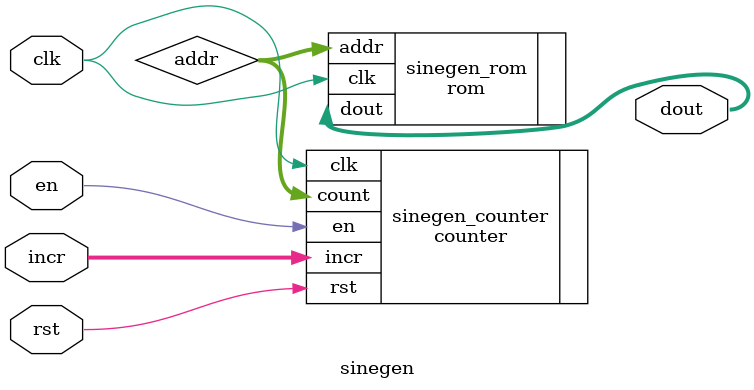
<source format=sv>
module sinegen(
    input logic [7:0] incr,
    input logic rst, en, clk,
    output logic [7:0] dout
);

    logic [7:0] addr;

    counter sinegen_counter (
        .incr (incr),
        .rst (rst),
        .en (en),
        .clk (clk),
        .count (addr)
    );

    rom sinegen_rom (
        .clk (clk),
        .addr (addr),
        .dout (dout)
    );

endmodule

</source>
